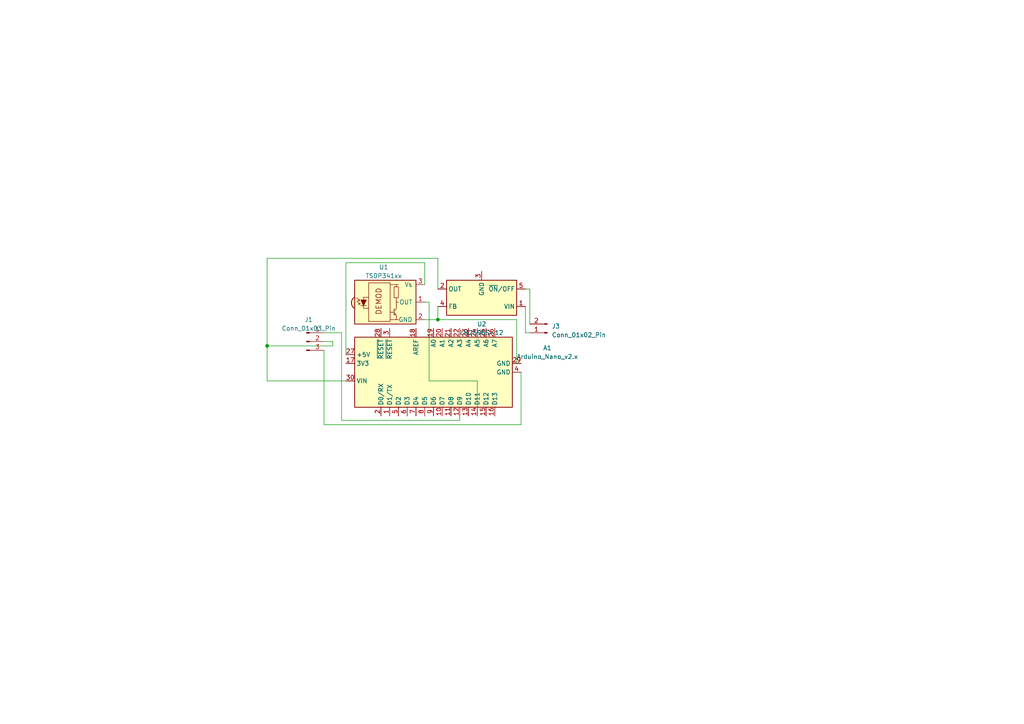
<source format=kicad_sch>
(kicad_sch (version 20230121) (generator eeschema)

  (uuid 5ec4e4d0-4b69-458a-bfcd-ef28d934fcf8)

  (paper "A4")

  (lib_symbols
    (symbol "Connector:Conn_01x02_Pin" (pin_names (offset 1.016) hide) (in_bom yes) (on_board yes)
      (property "Reference" "J" (at 0 2.54 0)
        (effects (font (size 1.27 1.27)))
      )
      (property "Value" "Conn_01x02_Pin" (at 0 -5.08 0)
        (effects (font (size 1.27 1.27)))
      )
      (property "Footprint" "" (at 0 0 0)
        (effects (font (size 1.27 1.27)) hide)
      )
      (property "Datasheet" "~" (at 0 0 0)
        (effects (font (size 1.27 1.27)) hide)
      )
      (property "ki_locked" "" (at 0 0 0)
        (effects (font (size 1.27 1.27)))
      )
      (property "ki_keywords" "connector" (at 0 0 0)
        (effects (font (size 1.27 1.27)) hide)
      )
      (property "ki_description" "Generic connector, single row, 01x02, script generated" (at 0 0 0)
        (effects (font (size 1.27 1.27)) hide)
      )
      (property "ki_fp_filters" "Connector*:*_1x??_*" (at 0 0 0)
        (effects (font (size 1.27 1.27)) hide)
      )
      (symbol "Conn_01x02_Pin_1_1"
        (polyline
          (pts
            (xy 1.27 -2.54)
            (xy 0.8636 -2.54)
          )
          (stroke (width 0.1524) (type default))
          (fill (type none))
        )
        (polyline
          (pts
            (xy 1.27 0)
            (xy 0.8636 0)
          )
          (stroke (width 0.1524) (type default))
          (fill (type none))
        )
        (rectangle (start 0.8636 -2.413) (end 0 -2.667)
          (stroke (width 0.1524) (type default))
          (fill (type outline))
        )
        (rectangle (start 0.8636 0.127) (end 0 -0.127)
          (stroke (width 0.1524) (type default))
          (fill (type outline))
        )
        (pin passive line (at 5.08 0 180) (length 3.81)
          (name "Pin_1" (effects (font (size 1.27 1.27))))
          (number "1" (effects (font (size 1.27 1.27))))
        )
        (pin passive line (at 5.08 -2.54 180) (length 3.81)
          (name "Pin_2" (effects (font (size 1.27 1.27))))
          (number "2" (effects (font (size 1.27 1.27))))
        )
      )
    )
    (symbol "Connector:Conn_01x03_Pin" (pin_names (offset 1.016) hide) (in_bom yes) (on_board yes)
      (property "Reference" "J" (at 0 5.08 0)
        (effects (font (size 1.27 1.27)))
      )
      (property "Value" "Conn_01x03_Pin" (at 0 -5.08 0)
        (effects (font (size 1.27 1.27)))
      )
      (property "Footprint" "" (at 0 0 0)
        (effects (font (size 1.27 1.27)) hide)
      )
      (property "Datasheet" "~" (at 0 0 0)
        (effects (font (size 1.27 1.27)) hide)
      )
      (property "ki_locked" "" (at 0 0 0)
        (effects (font (size 1.27 1.27)))
      )
      (property "ki_keywords" "connector" (at 0 0 0)
        (effects (font (size 1.27 1.27)) hide)
      )
      (property "ki_description" "Generic connector, single row, 01x03, script generated" (at 0 0 0)
        (effects (font (size 1.27 1.27)) hide)
      )
      (property "ki_fp_filters" "Connector*:*_1x??_*" (at 0 0 0)
        (effects (font (size 1.27 1.27)) hide)
      )
      (symbol "Conn_01x03_Pin_1_1"
        (polyline
          (pts
            (xy 1.27 -2.54)
            (xy 0.8636 -2.54)
          )
          (stroke (width 0.1524) (type default))
          (fill (type none))
        )
        (polyline
          (pts
            (xy 1.27 0)
            (xy 0.8636 0)
          )
          (stroke (width 0.1524) (type default))
          (fill (type none))
        )
        (polyline
          (pts
            (xy 1.27 2.54)
            (xy 0.8636 2.54)
          )
          (stroke (width 0.1524) (type default))
          (fill (type none))
        )
        (rectangle (start 0.8636 -2.413) (end 0 -2.667)
          (stroke (width 0.1524) (type default))
          (fill (type outline))
        )
        (rectangle (start 0.8636 0.127) (end 0 -0.127)
          (stroke (width 0.1524) (type default))
          (fill (type outline))
        )
        (rectangle (start 0.8636 2.667) (end 0 2.413)
          (stroke (width 0.1524) (type default))
          (fill (type outline))
        )
        (pin passive line (at 5.08 2.54 180) (length 3.81)
          (name "Pin_1" (effects (font (size 1.27 1.27))))
          (number "1" (effects (font (size 1.27 1.27))))
        )
        (pin passive line (at 5.08 0 180) (length 3.81)
          (name "Pin_2" (effects (font (size 1.27 1.27))))
          (number "2" (effects (font (size 1.27 1.27))))
        )
        (pin passive line (at 5.08 -2.54 180) (length 3.81)
          (name "Pin_3" (effects (font (size 1.27 1.27))))
          (number "3" (effects (font (size 1.27 1.27))))
        )
      )
    )
    (symbol "Interface_Optical:TSDP341xx" (pin_names (offset 1.016)) (in_bom yes) (on_board yes)
      (property "Reference" "U" (at -10.16 7.62 0)
        (effects (font (size 1.27 1.27)) (justify left))
      )
      (property "Value" "TSDP341xx" (at -10.16 -7.62 0)
        (effects (font (size 1.27 1.27)) (justify left))
      )
      (property "Footprint" "OptoDevice:Vishay_MOLD-3Pin" (at -1.27 -9.525 0)
        (effects (font (size 1.27 1.27)) hide)
      )
      (property "Datasheet" "http://www.vishay.com/docs/82667/tsdp341.pdf" (at 16.51 7.62 0)
        (effects (font (size 1.27 1.27)) hide)
      )
      (property "ki_keywords" "opto IR receiver" (at 0 0 0)
        (effects (font (size 1.27 1.27)) hide)
      )
      (property "ki_description" "IR Receiver Modules for Data Transmission" (at 0 0 0)
        (effects (font (size 1.27 1.27)) hide)
      )
      (property "ki_fp_filters" "Vishay*MOLD*" (at 0 0 0)
        (effects (font (size 1.27 1.27)) hide)
      )
      (symbol "TSDP341xx_0_0"
        (arc (start -10.287 1.397) (mid -11.0899 -0.1852) (end -10.287 -1.778)
          (stroke (width 0.254) (type default))
          (fill (type background))
        )
        (polyline
          (pts
            (xy 1.905 -5.08)
            (xy 0.127 -5.08)
          )
          (stroke (width 0) (type default))
          (fill (type none))
        )
        (polyline
          (pts
            (xy 1.905 5.08)
            (xy 0.127 5.08)
          )
          (stroke (width 0) (type default))
          (fill (type none))
        )
        (text "DEMOD" (at -3.175 0.254 900)
          (effects (font (size 1.524 1.524)))
        )
      )
      (symbol "TSDP341xx_0_1"
        (rectangle (start -6.096 5.588) (end 0.127 -5.588)
          (stroke (width 0) (type default))
          (fill (type none))
        )
        (polyline
          (pts
            (xy -8.763 0.381)
            (xy -9.652 1.27)
          )
          (stroke (width 0) (type default))
          (fill (type none))
        )
        (polyline
          (pts
            (xy -8.763 0.381)
            (xy -9.271 0.381)
          )
          (stroke (width 0) (type default))
          (fill (type none))
        )
        (polyline
          (pts
            (xy -8.763 0.381)
            (xy -8.763 0.889)
          )
          (stroke (width 0) (type default))
          (fill (type none))
        )
        (polyline
          (pts
            (xy -8.636 -0.635)
            (xy -9.525 0.254)
          )
          (stroke (width 0) (type default))
          (fill (type none))
        )
        (polyline
          (pts
            (xy -8.636 -0.635)
            (xy -9.144 -0.635)
          )
          (stroke (width 0) (type default))
          (fill (type none))
        )
        (polyline
          (pts
            (xy -8.636 -0.635)
            (xy -8.636 -0.127)
          )
          (stroke (width 0) (type default))
          (fill (type none))
        )
        (polyline
          (pts
            (xy -8.382 -1.016)
            (xy -6.731 -1.016)
          )
          (stroke (width 0) (type default))
          (fill (type none))
        )
        (polyline
          (pts
            (xy 1.27 -2.921)
            (xy 0.127 -2.921)
          )
          (stroke (width 0) (type default))
          (fill (type none))
        )
        (polyline
          (pts
            (xy 1.27 -1.905)
            (xy 1.27 -3.81)
          )
          (stroke (width 0) (type default))
          (fill (type none))
        )
        (polyline
          (pts
            (xy 1.397 -3.556)
            (xy 1.524 -3.556)
          )
          (stroke (width 0) (type default))
          (fill (type none))
        )
        (polyline
          (pts
            (xy 1.651 -3.556)
            (xy 1.524 -3.556)
          )
          (stroke (width 0) (type default))
          (fill (type none))
        )
        (polyline
          (pts
            (xy 1.651 -3.556)
            (xy 1.651 -3.302)
          )
          (stroke (width 0) (type default))
          (fill (type none))
        )
        (polyline
          (pts
            (xy 1.905 0)
            (xy 1.905 1.27)
          )
          (stroke (width 0) (type default))
          (fill (type none))
        )
        (polyline
          (pts
            (xy 1.905 4.445)
            (xy 1.905 5.08)
            (xy 2.54 5.08)
          )
          (stroke (width 0) (type default))
          (fill (type none))
        )
        (polyline
          (pts
            (xy -8.382 0.635)
            (xy -6.731 0.635)
            (xy -7.62 -1.016)
            (xy -8.382 0.635)
          )
          (stroke (width 0) (type default))
          (fill (type outline))
        )
        (polyline
          (pts
            (xy -6.096 1.397)
            (xy -7.62 1.397)
            (xy -7.62 -1.778)
            (xy -6.096 -1.778)
          )
          (stroke (width 0) (type default))
          (fill (type none))
        )
        (polyline
          (pts
            (xy 1.27 -3.175)
            (xy 1.905 -3.81)
            (xy 1.905 -5.08)
            (xy 2.54 -5.08)
          )
          (stroke (width 0) (type default))
          (fill (type none))
        )
        (polyline
          (pts
            (xy 1.27 -2.54)
            (xy 1.905 -1.905)
            (xy 1.905 0)
            (xy 2.54 0)
          )
          (stroke (width 0) (type default))
          (fill (type none))
        )
        (rectangle (start 2.54 1.27) (end 1.27 4.445)
          (stroke (width 0) (type default))
          (fill (type none))
        )
        (rectangle (start 7.62 6.35) (end -10.16 -6.35)
          (stroke (width 0.254) (type default))
          (fill (type background))
        )
      )
      (symbol "TSDP341xx_1_1"
        (pin output line (at 10.16 0 180) (length 2.54)
          (name "OUT" (effects (font (size 1.27 1.27))))
          (number "1" (effects (font (size 1.27 1.27))))
        )
        (pin power_in line (at 10.16 -5.08 180) (length 2.54)
          (name "GND" (effects (font (size 1.27 1.27))))
          (number "2" (effects (font (size 1.27 1.27))))
        )
        (pin power_in line (at 10.16 5.08 180) (length 2.54)
          (name "Vs" (effects (font (size 1.27 1.27))))
          (number "3" (effects (font (size 1.27 1.27))))
        )
      )
    )
    (symbol "MCU_Module:Arduino_Nano_v2.x" (in_bom yes) (on_board yes)
      (property "Reference" "A" (at -10.16 23.495 0)
        (effects (font (size 1.27 1.27)) (justify left bottom))
      )
      (property "Value" "Arduino_Nano_v2.x" (at 5.08 -24.13 0)
        (effects (font (size 1.27 1.27)) (justify left top))
      )
      (property "Footprint" "Module:Arduino_Nano" (at 0 0 0)
        (effects (font (size 1.27 1.27) italic) hide)
      )
      (property "Datasheet" "https://www.arduino.cc/en/uploads/Main/ArduinoNanoManual23.pdf" (at 0 0 0)
        (effects (font (size 1.27 1.27)) hide)
      )
      (property "ki_keywords" "Arduino nano microcontroller module USB" (at 0 0 0)
        (effects (font (size 1.27 1.27)) hide)
      )
      (property "ki_description" "Arduino Nano v2.x" (at 0 0 0)
        (effects (font (size 1.27 1.27)) hide)
      )
      (property "ki_fp_filters" "Arduino*Nano*" (at 0 0 0)
        (effects (font (size 1.27 1.27)) hide)
      )
      (symbol "Arduino_Nano_v2.x_0_1"
        (rectangle (start -10.16 22.86) (end 10.16 -22.86)
          (stroke (width 0.254) (type default))
          (fill (type background))
        )
      )
      (symbol "Arduino_Nano_v2.x_1_1"
        (pin bidirectional line (at -12.7 12.7 0) (length 2.54)
          (name "D1/TX" (effects (font (size 1.27 1.27))))
          (number "1" (effects (font (size 1.27 1.27))))
        )
        (pin bidirectional line (at -12.7 -2.54 0) (length 2.54)
          (name "D7" (effects (font (size 1.27 1.27))))
          (number "10" (effects (font (size 1.27 1.27))))
        )
        (pin bidirectional line (at -12.7 -5.08 0) (length 2.54)
          (name "D8" (effects (font (size 1.27 1.27))))
          (number "11" (effects (font (size 1.27 1.27))))
        )
        (pin bidirectional line (at -12.7 -7.62 0) (length 2.54)
          (name "D9" (effects (font (size 1.27 1.27))))
          (number "12" (effects (font (size 1.27 1.27))))
        )
        (pin bidirectional line (at -12.7 -10.16 0) (length 2.54)
          (name "D10" (effects (font (size 1.27 1.27))))
          (number "13" (effects (font (size 1.27 1.27))))
        )
        (pin bidirectional line (at -12.7 -12.7 0) (length 2.54)
          (name "D11" (effects (font (size 1.27 1.27))))
          (number "14" (effects (font (size 1.27 1.27))))
        )
        (pin bidirectional line (at -12.7 -15.24 0) (length 2.54)
          (name "D12" (effects (font (size 1.27 1.27))))
          (number "15" (effects (font (size 1.27 1.27))))
        )
        (pin bidirectional line (at -12.7 -17.78 0) (length 2.54)
          (name "D13" (effects (font (size 1.27 1.27))))
          (number "16" (effects (font (size 1.27 1.27))))
        )
        (pin power_out line (at 2.54 25.4 270) (length 2.54)
          (name "3V3" (effects (font (size 1.27 1.27))))
          (number "17" (effects (font (size 1.27 1.27))))
        )
        (pin input line (at 12.7 5.08 180) (length 2.54)
          (name "AREF" (effects (font (size 1.27 1.27))))
          (number "18" (effects (font (size 1.27 1.27))))
        )
        (pin bidirectional line (at 12.7 0 180) (length 2.54)
          (name "A0" (effects (font (size 1.27 1.27))))
          (number "19" (effects (font (size 1.27 1.27))))
        )
        (pin bidirectional line (at -12.7 15.24 0) (length 2.54)
          (name "D0/RX" (effects (font (size 1.27 1.27))))
          (number "2" (effects (font (size 1.27 1.27))))
        )
        (pin bidirectional line (at 12.7 -2.54 180) (length 2.54)
          (name "A1" (effects (font (size 1.27 1.27))))
          (number "20" (effects (font (size 1.27 1.27))))
        )
        (pin bidirectional line (at 12.7 -5.08 180) (length 2.54)
          (name "A2" (effects (font (size 1.27 1.27))))
          (number "21" (effects (font (size 1.27 1.27))))
        )
        (pin bidirectional line (at 12.7 -7.62 180) (length 2.54)
          (name "A3" (effects (font (size 1.27 1.27))))
          (number "22" (effects (font (size 1.27 1.27))))
        )
        (pin bidirectional line (at 12.7 -10.16 180) (length 2.54)
          (name "A4" (effects (font (size 1.27 1.27))))
          (number "23" (effects (font (size 1.27 1.27))))
        )
        (pin bidirectional line (at 12.7 -12.7 180) (length 2.54)
          (name "A5" (effects (font (size 1.27 1.27))))
          (number "24" (effects (font (size 1.27 1.27))))
        )
        (pin bidirectional line (at 12.7 -15.24 180) (length 2.54)
          (name "A6" (effects (font (size 1.27 1.27))))
          (number "25" (effects (font (size 1.27 1.27))))
        )
        (pin bidirectional line (at 12.7 -17.78 180) (length 2.54)
          (name "A7" (effects (font (size 1.27 1.27))))
          (number "26" (effects (font (size 1.27 1.27))))
        )
        (pin power_out line (at 5.08 25.4 270) (length 2.54)
          (name "+5V" (effects (font (size 1.27 1.27))))
          (number "27" (effects (font (size 1.27 1.27))))
        )
        (pin input line (at 12.7 15.24 180) (length 2.54)
          (name "~{RESET}" (effects (font (size 1.27 1.27))))
          (number "28" (effects (font (size 1.27 1.27))))
        )
        (pin power_in line (at 2.54 -25.4 90) (length 2.54)
          (name "GND" (effects (font (size 1.27 1.27))))
          (number "29" (effects (font (size 1.27 1.27))))
        )
        (pin input line (at 12.7 12.7 180) (length 2.54)
          (name "~{RESET}" (effects (font (size 1.27 1.27))))
          (number "3" (effects (font (size 1.27 1.27))))
        )
        (pin power_in line (at -2.54 25.4 270) (length 2.54)
          (name "VIN" (effects (font (size 1.27 1.27))))
          (number "30" (effects (font (size 1.27 1.27))))
        )
        (pin power_in line (at 0 -25.4 90) (length 2.54)
          (name "GND" (effects (font (size 1.27 1.27))))
          (number "4" (effects (font (size 1.27 1.27))))
        )
        (pin bidirectional line (at -12.7 10.16 0) (length 2.54)
          (name "D2" (effects (font (size 1.27 1.27))))
          (number "5" (effects (font (size 1.27 1.27))))
        )
        (pin bidirectional line (at -12.7 7.62 0) (length 2.54)
          (name "D3" (effects (font (size 1.27 1.27))))
          (number "6" (effects (font (size 1.27 1.27))))
        )
        (pin bidirectional line (at -12.7 5.08 0) (length 2.54)
          (name "D4" (effects (font (size 1.27 1.27))))
          (number "7" (effects (font (size 1.27 1.27))))
        )
        (pin bidirectional line (at -12.7 2.54 0) (length 2.54)
          (name "D5" (effects (font (size 1.27 1.27))))
          (number "8" (effects (font (size 1.27 1.27))))
        )
        (pin bidirectional line (at -12.7 0 0) (length 2.54)
          (name "D6" (effects (font (size 1.27 1.27))))
          (number "9" (effects (font (size 1.27 1.27))))
        )
      )
    )
    (symbol "Regulator_Switching:LM2596S-12" (in_bom yes) (on_board yes)
      (property "Reference" "U" (at -10.16 6.35 0)
        (effects (font (size 1.27 1.27)) (justify left))
      )
      (property "Value" "LM2596S-12" (at 0 6.35 0)
        (effects (font (size 1.27 1.27)) (justify left))
      )
      (property "Footprint" "Package_TO_SOT_SMD:TO-263-5_TabPin3" (at 1.27 -6.35 0)
        (effects (font (size 1.27 1.27) italic) (justify left) hide)
      )
      (property "Datasheet" "http://www.ti.com/lit/ds/symlink/lm2596.pdf" (at 0 0 0)
        (effects (font (size 1.27 1.27)) hide)
      )
      (property "ki_keywords" "Step-Down Voltage Regulator 12V 3A" (at 0 0 0)
        (effects (font (size 1.27 1.27)) hide)
      )
      (property "ki_description" "12V 3A Step-Down Voltage Regulator, TO-263" (at 0 0 0)
        (effects (font (size 1.27 1.27)) hide)
      )
      (property "ki_fp_filters" "TO?263*" (at 0 0 0)
        (effects (font (size 1.27 1.27)) hide)
      )
      (symbol "LM2596S-12_0_1"
        (rectangle (start -10.16 5.08) (end 10.16 -5.08)
          (stroke (width 0.254) (type default))
          (fill (type background))
        )
      )
      (symbol "LM2596S-12_1_1"
        (pin power_in line (at -12.7 2.54 0) (length 2.54)
          (name "VIN" (effects (font (size 1.27 1.27))))
          (number "1" (effects (font (size 1.27 1.27))))
        )
        (pin output line (at 12.7 -2.54 180) (length 2.54)
          (name "OUT" (effects (font (size 1.27 1.27))))
          (number "2" (effects (font (size 1.27 1.27))))
        )
        (pin power_in line (at 0 -7.62 90) (length 2.54)
          (name "GND" (effects (font (size 1.27 1.27))))
          (number "3" (effects (font (size 1.27 1.27))))
        )
        (pin input line (at 12.7 2.54 180) (length 2.54)
          (name "FB" (effects (font (size 1.27 1.27))))
          (number "4" (effects (font (size 1.27 1.27))))
        )
        (pin input line (at -12.7 -2.54 0) (length 2.54)
          (name "~{ON}/OFF" (effects (font (size 1.27 1.27))))
          (number "5" (effects (font (size 1.27 1.27))))
        )
      )
    )
  )

  (junction (at 77.47 100.33) (diameter 0) (color 0 0 0 0)
    (uuid 7866555e-03f0-4d3e-b04c-6cbe88392f9e)
  )
  (junction (at 127 92.71) (diameter 0) (color 0 0 0 0)
    (uuid 9d7ed2dd-a8ee-4136-8460-b778e5aa1638)
  )

  (wire (pts (xy 124.46 87.63) (xy 124.46 110.49))
    (stroke (width 0) (type default))
    (uuid 17921c0d-11c1-43e0-8b54-4103c17c85a9)
  )
  (wire (pts (xy 93.98 96.52) (xy 99.06 96.52))
    (stroke (width 0) (type default))
    (uuid 20690614-dc5a-4bf3-bf38-991228151c25)
  )
  (wire (pts (xy 152.4 96.52) (xy 153.67 96.52))
    (stroke (width 0) (type default))
    (uuid 235eb8f0-562c-4128-b15a-919fa4d27a4e)
  )
  (wire (pts (xy 153.67 83.82) (xy 153.67 93.98))
    (stroke (width 0) (type default))
    (uuid 3a9427f0-5f04-4c40-b0af-88014263a71b)
  )
  (wire (pts (xy 99.06 96.52) (xy 99.06 121.92))
    (stroke (width 0) (type default))
    (uuid 3b723a42-d8f8-4c40-b46e-7fed3133e47a)
  )
  (wire (pts (xy 77.47 110.49) (xy 100.33 110.49))
    (stroke (width 0) (type default))
    (uuid 3bae3bcb-f3c0-4915-94be-698c5a4966d1)
  )
  (wire (pts (xy 149.86 105.41) (xy 151.13 105.41))
    (stroke (width 0) (type default))
    (uuid 3cde5051-3f9a-48dd-9fad-ff836d268bb7)
  )
  (wire (pts (xy 127 83.82) (xy 127 74.93))
    (stroke (width 0) (type default))
    (uuid 5047f35d-4349-41ba-bacd-4b6fcd1a9527)
  )
  (wire (pts (xy 138.43 110.49) (xy 138.43 120.65))
    (stroke (width 0) (type default))
    (uuid 578df311-e124-483a-9b6c-6c8a873f2908)
  )
  (wire (pts (xy 133.35 121.92) (xy 133.35 120.65))
    (stroke (width 0) (type default))
    (uuid 5bfa34f2-13fc-43b4-a34b-67f404a6f80d)
  )
  (wire (pts (xy 77.47 74.93) (xy 77.47 100.33))
    (stroke (width 0) (type default))
    (uuid 643d26b2-d8fb-4694-a49b-62c5ab580d22)
  )
  (wire (pts (xy 93.98 99.06) (xy 96.52 99.06))
    (stroke (width 0) (type default))
    (uuid 68b4a7bd-d734-490f-ab10-f7ada36d7acd)
  )
  (wire (pts (xy 123.19 92.71) (xy 127 92.71))
    (stroke (width 0) (type default))
    (uuid 79fc86e9-4d36-4bbb-ad88-9c3a6d390545)
  )
  (wire (pts (xy 123.19 76.2) (xy 123.19 82.55))
    (stroke (width 0) (type default))
    (uuid 88623f19-34d4-4045-8b17-9077d8215bff)
  )
  (wire (pts (xy 77.47 74.93) (xy 127 74.93))
    (stroke (width 0) (type default))
    (uuid a5a073ec-2d11-4533-b743-7a03d552ab6d)
  )
  (wire (pts (xy 124.46 110.49) (xy 138.43 110.49))
    (stroke (width 0) (type default))
    (uuid b730db6a-88bc-4bf3-b4af-e1c218af2811)
  )
  (wire (pts (xy 149.86 92.71) (xy 149.86 105.41))
    (stroke (width 0) (type default))
    (uuid bb84b049-36b9-444b-a53f-6476b76d7e65)
  )
  (wire (pts (xy 93.98 101.6) (xy 93.98 123.19))
    (stroke (width 0) (type default))
    (uuid c569e6aa-a309-4f1a-aa4b-da79fe7f735b)
  )
  (wire (pts (xy 127 88.9) (xy 127 92.71))
    (stroke (width 0) (type default))
    (uuid c97944ca-66dd-44a4-adea-ef4bcc5d44a8)
  )
  (wire (pts (xy 100.33 102.87) (xy 100.33 76.2))
    (stroke (width 0) (type default))
    (uuid c9a080b3-cd41-4bde-98fc-c3aa3e4135ef)
  )
  (wire (pts (xy 100.33 76.2) (xy 123.19 76.2))
    (stroke (width 0) (type default))
    (uuid cdfa35ca-5c31-4277-bd2a-98fa12bfc39b)
  )
  (wire (pts (xy 93.98 123.19) (xy 151.13 123.19))
    (stroke (width 0) (type default))
    (uuid cf8951f1-9d93-4b97-b380-d623f3824e76)
  )
  (wire (pts (xy 96.52 99.06) (xy 96.52 100.33))
    (stroke (width 0) (type default))
    (uuid d3618e43-1dc3-4781-9c6c-514ff68d591b)
  )
  (wire (pts (xy 152.4 88.9) (xy 152.4 96.52))
    (stroke (width 0) (type default))
    (uuid df470674-bac8-4e77-b958-8b3e3dab7e84)
  )
  (wire (pts (xy 152.4 83.82) (xy 153.67 83.82))
    (stroke (width 0) (type default))
    (uuid e1d20153-3a38-4ebb-a693-6bec99ccce50)
  )
  (wire (pts (xy 77.47 100.33) (xy 77.47 110.49))
    (stroke (width 0) (type default))
    (uuid e5d0e43b-b60d-405f-894a-364fe04d4a75)
  )
  (wire (pts (xy 77.47 100.33) (xy 96.52 100.33))
    (stroke (width 0) (type default))
    (uuid ecc6e3e1-279b-4aff-9125-917bdf6c4d14)
  )
  (wire (pts (xy 127 92.71) (xy 149.86 92.71))
    (stroke (width 0) (type default))
    (uuid ed0d3ee7-05fa-4c0c-b066-0e915c2c083b)
  )
  (wire (pts (xy 151.13 107.95) (xy 151.13 123.19))
    (stroke (width 0) (type default))
    (uuid f33e7478-6e64-4bdb-a21e-01dad14be013)
  )
  (wire (pts (xy 123.19 87.63) (xy 124.46 87.63))
    (stroke (width 0) (type default))
    (uuid f3437787-202e-4b6c-ae56-cc33aff8cd56)
  )
  (wire (pts (xy 99.06 121.92) (xy 133.35 121.92))
    (stroke (width 0) (type default))
    (uuid fa497d5d-8971-4214-85d3-3db39c5bbefa)
  )

  (symbol (lib_id "MCU_Module:Arduino_Nano_v2.x") (at 125.73 107.95 90) (unit 1)
    (in_bom yes) (on_board yes) (dnp no) (fields_autoplaced)
    (uuid 729028ab-9428-4c8e-b4aa-0e14c44d7a53)
    (property "Reference" "A1" (at 158.75 100.9141 90)
      (effects (font (size 1.27 1.27)))
    )
    (property "Value" "Arduino_Nano_v2.x" (at 158.75 103.4541 90)
      (effects (font (size 1.27 1.27)))
    )
    (property "Footprint" "Module:Arduino_Nano" (at 125.73 107.95 0)
      (effects (font (size 1.27 1.27) italic) hide)
    )
    (property "Datasheet" "https://www.arduino.cc/en/uploads/Main/ArduinoNanoManual23.pdf" (at 125.73 107.95 0)
      (effects (font (size 1.27 1.27)) hide)
    )
    (pin "1" (uuid d6424d4a-341c-4616-b62d-615031a2ad95))
    (pin "10" (uuid 280db8e8-82ae-4dbd-ad87-26fac6bea281))
    (pin "11" (uuid ba6b2d1a-f57f-4366-abe2-9b5fd9beb67f))
    (pin "12" (uuid a35a0359-ada4-4a22-83ba-720566ece95d))
    (pin "13" (uuid 1a0b478b-ee2e-4eb9-83ba-a17476d76856))
    (pin "14" (uuid 84986780-42bd-4bd7-9eff-5c22ae16107a))
    (pin "15" (uuid 99e573cb-2a03-4534-95b5-9529cdf14837))
    (pin "16" (uuid de0ac31f-1d80-4d5e-8190-607feeb9f567))
    (pin "17" (uuid 542925a5-2754-4433-a651-657b4e0fb150))
    (pin "18" (uuid 69d548f0-d712-48ae-a8ce-cd94910be329))
    (pin "19" (uuid 985c1ee4-6dc5-4d91-9ecb-92ed523daf72))
    (pin "2" (uuid 5c0c81f1-4f95-4611-a261-8564f7363428))
    (pin "20" (uuid 513b2e25-0502-4330-b6c4-5716893304df))
    (pin "21" (uuid e25a1415-8520-42ad-b7cb-8779e502a0c5))
    (pin "22" (uuid e271fb84-c713-474d-ac4c-becd5efe04d8))
    (pin "23" (uuid af0665d8-9ee7-45d1-8d12-f68fdcf8d7d4))
    (pin "24" (uuid c863ac71-985b-4dd3-a78c-d812623edc0f))
    (pin "25" (uuid a9815aa0-61c0-4bd1-ae33-3fc0a3bcc671))
    (pin "26" (uuid b6d94f73-0017-479d-8638-24586c34f118))
    (pin "27" (uuid 3d38789a-8c06-41ca-9e3f-e309cacff575))
    (pin "28" (uuid 253f386b-a8bd-4ead-8b08-94a47fdc6225))
    (pin "29" (uuid 22cb85f8-d9e4-4cfa-88fa-32891552a703))
    (pin "3" (uuid fcdab32e-75d1-4804-8f3b-34186d27791a))
    (pin "30" (uuid 41371fc7-b73e-4629-8ff2-65092b33a93e))
    (pin "4" (uuid 060de5d8-217e-4231-9570-b971697de528))
    (pin "5" (uuid 11b93d74-33d5-4aed-b67c-97df31922a2e))
    (pin "6" (uuid 84dbdac5-e563-48cd-8caa-c11c6291f2bc))
    (pin "7" (uuid ba727eef-e40b-4251-b415-47bdf192f97a))
    (pin "8" (uuid d97b5c42-bb78-412c-932f-8f9f610d730a))
    (pin "9" (uuid aa76c480-8941-41a3-9c03-f017bd215b7a))
    (instances
      (project "pcb"
        (path "/5ec4e4d0-4b69-458a-bfcd-ef28d934fcf8"
          (reference "A1") (unit 1)
        )
      )
    )
  )

  (symbol (lib_id "Interface_Optical:TSDP341xx") (at 113.03 87.63 0) (unit 1)
    (in_bom yes) (on_board yes) (dnp no) (fields_autoplaced)
    (uuid 997b8ea6-d8f6-49f7-92bd-14dafd3441c7)
    (property "Reference" "U1" (at 111.295 77.47 0)
      (effects (font (size 1.27 1.27)))
    )
    (property "Value" "TSDP341xx" (at 111.295 80.01 0)
      (effects (font (size 1.27 1.27)))
    )
    (property "Footprint" "ONSemi_QSE15x" (at 111.76 97.155 0)
      (effects (font (size 1.27 1.27)) hide)
    )
    (property "Datasheet" "http://www.vishay.com/docs/82667/tsdp341.pdf" (at 129.54 80.01 0)
      (effects (font (size 1.27 1.27)) hide)
    )
    (pin "1" (uuid 9ac8e591-aa0a-4a7e-937e-f0755c95adb5))
    (pin "2" (uuid 440e0e1c-ffa3-42b5-a3fe-d851810b2987))
    (pin "3" (uuid e7da1c18-15d7-4a9e-b351-e4d9ddab33c8))
    (instances
      (project "pcb"
        (path "/5ec4e4d0-4b69-458a-bfcd-ef28d934fcf8"
          (reference "U1") (unit 1)
        )
      )
    )
  )

  (symbol (lib_id "Connector:Conn_01x03_Pin") (at 88.9 99.06 0) (unit 1)
    (in_bom yes) (on_board yes) (dnp no) (fields_autoplaced)
    (uuid b0da0116-6dd5-4e3c-93aa-aec1c8d8e3ff)
    (property "Reference" "J1" (at 89.535 92.71 0)
      (effects (font (size 1.27 1.27)))
    )
    (property "Value" "Conn_01x03_Pin" (at 89.535 95.25 0)
      (effects (font (size 1.27 1.27)))
    )
    (property "Footprint" "Connector_PinHeader_1.00mm:PinHeader_1x03_P1.00mm_Vertical" (at 88.9 99.06 0)
      (effects (font (size 1.27 1.27)) hide)
    )
    (property "Datasheet" "~" (at 88.9 99.06 0)
      (effects (font (size 1.27 1.27)) hide)
    )
    (pin "1" (uuid 9df0ebcd-98df-4f34-b006-acca35584787))
    (pin "2" (uuid 645ad409-6c6f-4738-b03a-dc0c8d3722fa))
    (pin "3" (uuid 477cf997-a197-40c3-becc-258586c65511))
    (instances
      (project "pcb"
        (path "/5ec4e4d0-4b69-458a-bfcd-ef28d934fcf8"
          (reference "J1") (unit 1)
        )
      )
    )
  )

  (symbol (lib_id "Connector:Conn_01x02_Pin") (at 158.75 96.52 180) (unit 1)
    (in_bom yes) (on_board yes) (dnp no) (fields_autoplaced)
    (uuid b910791a-41a7-4488-9ebb-b3bb81f68f87)
    (property "Reference" "J3" (at 160.02 94.615 0)
      (effects (font (size 1.27 1.27)) (justify right))
    )
    (property "Value" "Conn_01x02_Pin" (at 160.02 97.155 0)
      (effects (font (size 1.27 1.27)) (justify right))
    )
    (property "Footprint" "Connector_PinHeader_1.00mm:PinHeader_1x02_P1.00mm_Vertical" (at 158.75 96.52 0)
      (effects (font (size 1.27 1.27)) hide)
    )
    (property "Datasheet" "~" (at 158.75 96.52 0)
      (effects (font (size 1.27 1.27)) hide)
    )
    (pin "1" (uuid a7db7e6a-11a9-4b5c-afc8-48d9db8d081d))
    (pin "2" (uuid b936d4d6-9254-44f6-80fb-8287b5044f92))
    (instances
      (project "pcb"
        (path "/5ec4e4d0-4b69-458a-bfcd-ef28d934fcf8"
          (reference "J3") (unit 1)
        )
      )
    )
  )

  (symbol (lib_id "Regulator_Switching:LM2596S-12") (at 139.7 86.36 180) (unit 1)
    (in_bom yes) (on_board yes) (dnp no) (fields_autoplaced)
    (uuid de4ab199-713a-42f2-817d-87241498c627)
    (property "Reference" "U2" (at 139.7 93.98 0)
      (effects (font (size 1.27 1.27)))
    )
    (property "Value" "LM2596S-12" (at 139.7 96.52 0)
      (effects (font (size 1.27 1.27)))
    )
    (property "Footprint" "Transformer_THT:Transformer_Toroid_Horizontal_D18.0mm" (at 138.43 80.01 0)
      (effects (font (size 1.27 1.27) italic) (justify left) hide)
    )
    (property "Datasheet" "http://www.ti.com/lit/ds/symlink/lm2596.pdf" (at 139.7 86.36 0)
      (effects (font (size 1.27 1.27)) hide)
    )
    (pin "1" (uuid 794d7d29-816a-4a28-967b-dbafba14227e))
    (pin "2" (uuid 7e5af9fb-4e62-4562-8530-e3f3ceaf2ccd))
    (pin "3" (uuid eb8220a1-c06a-4a8a-83d6-76e78308070e))
    (pin "4" (uuid 40d9408b-381c-406f-bbb4-2bba18d7cde1))
    (pin "5" (uuid e5f9a64a-c5cf-42d1-8e92-84157310cedb))
    (instances
      (project "pcb"
        (path "/5ec4e4d0-4b69-458a-bfcd-ef28d934fcf8"
          (reference "U2") (unit 1)
        )
      )
    )
  )

  (sheet_instances
    (path "/" (page "1"))
  )
)

</source>
